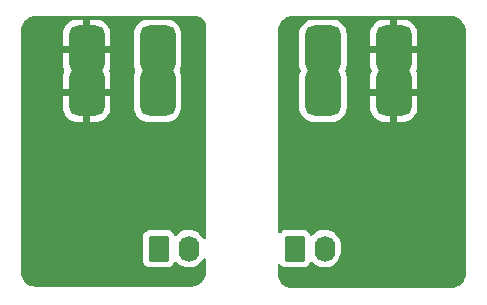
<source format=gbr>
G04 #@! TF.GenerationSoftware,KiCad,Pcbnew,7.0.8*
G04 #@! TF.CreationDate,2024-01-11T23:18:00-05:00*
G04 #@! TF.ProjectId,cm300-board,636d3330-302d-4626-9f61-72642e6b6963,rev?*
G04 #@! TF.SameCoordinates,Original*
G04 #@! TF.FileFunction,Copper,L2,Bot*
G04 #@! TF.FilePolarity,Positive*
%FSLAX46Y46*%
G04 Gerber Fmt 4.6, Leading zero omitted, Abs format (unit mm)*
G04 Created by KiCad (PCBNEW 7.0.8) date 2024-01-11 23:18:00*
%MOMM*%
%LPD*%
G01*
G04 APERTURE LIST*
G04 Aperture macros list*
%AMRoundRect*
0 Rectangle with rounded corners*
0 $1 Rounding radius*
0 $2 $3 $4 $5 $6 $7 $8 $9 X,Y pos of 4 corners*
0 Add a 4 corners polygon primitive as box body*
4,1,4,$2,$3,$4,$5,$6,$7,$8,$9,$2,$3,0*
0 Add four circle primitives for the rounded corners*
1,1,$1+$1,$2,$3*
1,1,$1+$1,$4,$5*
1,1,$1+$1,$6,$7*
1,1,$1+$1,$8,$9*
0 Add four rect primitives between the rounded corners*
20,1,$1+$1,$2,$3,$4,$5,0*
20,1,$1+$1,$4,$5,$6,$7,0*
20,1,$1+$1,$6,$7,$8,$9,0*
20,1,$1+$1,$8,$9,$2,$3,0*%
G04 Aperture macros list end*
G04 #@! TA.AperFunction,ComponentPad*
%ADD10RoundRect,0.250000X-0.620000X-0.845000X0.620000X-0.845000X0.620000X0.845000X-0.620000X0.845000X0*%
G04 #@! TD*
G04 #@! TA.AperFunction,ComponentPad*
%ADD11O,1.740000X2.190000*%
G04 #@! TD*
G04 #@! TA.AperFunction,ComponentPad*
%ADD12RoundRect,0.750000X0.750000X-1.250000X0.750000X1.250000X-0.750000X1.250000X-0.750000X-1.250000X0*%
G04 #@! TD*
G04 #@! TA.AperFunction,ViaPad*
%ADD13C,0.800000*%
G04 #@! TD*
G04 #@! TA.AperFunction,Conductor*
%ADD14C,0.250000*%
G04 #@! TD*
G04 #@! TA.AperFunction,Conductor*
%ADD15C,1.574800*%
G04 #@! TD*
G04 APERTURE END LIST*
D10*
X-993040000Y1038332000D03*
D11*
X-990500000Y1038332000D03*
D12*
X-999140000Y1055220000D03*
X-999140000Y1051560000D03*
X-993140000Y1055220000D03*
X-993140000Y1051560000D03*
X-979140000Y1055220000D03*
X-979140000Y1051560000D03*
X-973140000Y1055220000D03*
X-973140000Y1051560000D03*
D10*
X-981540000Y1038332000D03*
D11*
X-979000000Y1038332000D03*
D13*
X-1003050000Y1052000000D03*
X-1003300000Y1037550000D03*
X-996700000Y1045845000D03*
X-1003808000Y1046300000D03*
X-969050000Y1051950000D03*
X-975350000Y1045850000D03*
X-968800000Y1037600000D03*
X-967994000Y1046355000D03*
D14*
X-999490000Y1051560000D02*
X-999490000Y1051560000D01*
X-999490000Y1051560000D02*
X-999140000Y1051560000D01*
X-972820000Y1051560000D02*
X-973140000Y1051560000D01*
X-972820000Y1051560000D02*
X-972820000Y1051560000D01*
X-979170000Y1051560000D02*
X-979140000Y1051560000D01*
D15*
X-979140000Y1051060000D02*
X-979140000Y1051560000D01*
G04 #@! TA.AperFunction,Conductor*
G36*
X-998840000Y1052330220D02*
G01*
X-998875023Y1052346424D01*
X-999050276Y1052385000D01*
X-999184732Y1052385000D01*
X-999318396Y1052370463D01*
X-999440000Y1052329489D01*
X-999440000Y1054449779D01*
X-999404977Y1054433576D01*
X-999229724Y1054395000D01*
X-999095268Y1054395000D01*
X-998961604Y1054409537D01*
X-998840000Y1054450510D01*
X-998840000Y1052330220D01*
G37*
G04 #@! TD.AperFunction*
G04 #@! TA.AperFunction,Conductor*
G36*
X-989846543Y1057999610D02*
G01*
X-989771153Y1057991115D01*
X-989685869Y1057981506D01*
X-989658798Y1057975328D01*
X-989516078Y1057925388D01*
X-989491061Y1057913340D01*
X-989363036Y1057832897D01*
X-989341327Y1057815584D01*
X-989234415Y1057708672D01*
X-989217103Y1057686965D01*
X-989197079Y1057655096D01*
X-989136659Y1057558938D01*
X-989124611Y1057533921D01*
X-989089583Y1057433815D01*
X-989074671Y1057391201D01*
X-989068493Y1057364132D01*
X-989058376Y1057274335D01*
X-989050390Y1057203464D01*
X-989050000Y1057196517D01*
X-989050000Y1039251853D01*
X-989069685Y1039184814D01*
X-989122489Y1039139059D01*
X-989191647Y1039129115D01*
X-989255203Y1039158140D01*
X-989286991Y1039200776D01*
X-989294382Y1039217126D01*
X-989299209Y1039227805D01*
X-989429847Y1039421088D01*
X-989429849Y1039421090D01*
X-989435023Y1039426488D01*
X-989591272Y1039589516D01*
X-989667178Y1039645656D01*
X-989778834Y1039728237D01*
X-989778836Y1039728238D01*
X-989778839Y1039728240D01*
X-989987153Y1039833270D01*
X-990210220Y1039901583D01*
X-990441624Y1039931216D01*
X-990674707Y1039921314D01*
X-990902765Y1039872164D01*
X-991119235Y1039785179D01*
X-991317891Y1039662862D01*
X-991493018Y1039508731D01*
X-991525335Y1039468706D01*
X-991582763Y1039428915D01*
X-991652590Y1039426488D01*
X-991712645Y1039462198D01*
X-991734193Y1039494204D01*
X-991735185Y1039496332D01*
X-991735187Y1039496336D01*
X-991827288Y1039645656D01*
X-991951344Y1039769712D01*
X-992100666Y1039861814D01*
X-992267203Y1039916999D01*
X-992369991Y1039927500D01*
X-993710008Y1039927499D01*
X-993812797Y1039916999D01*
X-993979334Y1039861814D01*
X-994128656Y1039769712D01*
X-994252712Y1039645656D01*
X-994344814Y1039496334D01*
X-994399999Y1039329797D01*
X-994410500Y1039227009D01*
X-994410499Y1037436992D01*
X-994399999Y1037334203D01*
X-994344814Y1037167666D01*
X-994252712Y1037018344D01*
X-994128656Y1036894288D01*
X-994042975Y1036841440D01*
X-994025612Y1036830730D01*
X-993979334Y1036802186D01*
X-993812797Y1036747001D01*
X-993812795Y1036747000D01*
X-993710010Y1036736500D01*
X-993710009Y1036736500D01*
X-992369998Y1036736500D01*
X-992369981Y1036736501D01*
X-992267203Y1036747000D01*
X-992267200Y1036747001D01*
X-992100668Y1036802185D01*
X-992100663Y1036802187D01*
X-991951342Y1036894289D01*
X-991827289Y1037018342D01*
X-991735186Y1037167666D01*
X-991734126Y1037169940D01*
X-991732983Y1037171237D01*
X-991731395Y1037173813D01*
X-991730954Y1037173541D01*
X-991687953Y1037222379D01*
X-991620759Y1037241530D01*
X-991553878Y1037221314D01*
X-991532222Y1037203335D01*
X-991408727Y1037074483D01*
X-991408726Y1037074482D01*
X-991221165Y1036935762D01*
X-991221161Y1036935760D01*
X-991012847Y1036830730D01*
X-990789780Y1036762417D01*
X-990789778Y1036762416D01*
X-990789776Y1036762416D01*
X-990558370Y1036732783D01*
X-990325299Y1036742685D01*
X-990325290Y1036742686D01*
X-990097233Y1036791836D01*
X-990097230Y1036791837D01*
X-989880768Y1036878819D01*
X-989682110Y1037001137D01*
X-989506980Y1037155270D01*
X-989506977Y1037155273D01*
X-989360426Y1037336773D01*
X-989360421Y1037336779D01*
X-989282254Y1037476706D01*
X-989232374Y1037525633D01*
X-989163961Y1037539825D01*
X-989098735Y1037514777D01*
X-989057405Y1037458442D01*
X-989050000Y1037416232D01*
X-989050000Y1036352705D01*
X-989050236Y1036347299D01*
X-989068044Y1036143750D01*
X-989071796Y1036122464D01*
X-989122578Y1035932944D01*
X-989129964Y1035912651D01*
X-989212889Y1035734819D01*
X-989223683Y1035716123D01*
X-989336226Y1035555393D01*
X-989350109Y1035538849D01*
X-989488849Y1035400109D01*
X-989505393Y1035386226D01*
X-989666123Y1035273683D01*
X-989684819Y1035262889D01*
X-989862651Y1035179964D01*
X-989882944Y1035172578D01*
X-990072464Y1035121797D01*
X-990093747Y1035118044D01*
X-990297304Y1035100235D01*
X-990302706Y1035100000D01*
X-1003455294Y1035100000D01*
X-1003460695Y1035100235D01*
X-1003664250Y1035118044D01*
X-1003685535Y1035121797D01*
X-1003751840Y1035139563D01*
X-1003875051Y1035172577D01*
X-1003895352Y1035179966D01*
X-1004073175Y1035262886D01*
X-1004091881Y1035273686D01*
X-1004252600Y1035386222D01*
X-1004269156Y1035400115D01*
X-1004407884Y1035538843D01*
X-1004421778Y1035555401D01*
X-1004534309Y1035716112D01*
X-1004545116Y1035734830D01*
X-1004628030Y1035912640D01*
X-1004635423Y1035932952D01*
X-1004686202Y1036122464D01*
X-1004689955Y1036143749D01*
X-1004707764Y1036347299D01*
X-1004708000Y1036352705D01*
X-1004708000Y1051860000D01*
X-1001140000Y1051860000D01*
X-999908543Y1051860000D01*
X-999939616Y1051782012D01*
X-999968648Y1051604928D01*
X-999958933Y1051425743D01*
X-999912914Y1051260000D01*
X-1001139999Y1051260000D01*
X-1001139999Y1050245808D01*
X-1001129599Y1050113667D01*
X-1001074622Y1049895480D01*
X-1000981571Y1049690625D01*
X-1000981568Y1049690619D01*
X-1000853440Y1049505676D01*
X-1000853430Y1049505664D01*
X-1000694335Y1049346569D01*
X-1000694323Y1049346559D01*
X-1000509380Y1049218431D01*
X-1000509374Y1049218428D01*
X-1000304519Y1049125377D01*
X-1000086332Y1049070400D01*
X-999954194Y1049060000D01*
X-999440000Y1049060000D01*
X-999440000Y1050789779D01*
X-999404977Y1050773576D01*
X-999229724Y1050735000D01*
X-999095268Y1050735000D01*
X-998961604Y1050749537D01*
X-998840000Y1050790510D01*
X-998840000Y1049060000D01*
X-998839999Y1049060000D01*
X-998325808Y1049060001D01*
X-998193667Y1049070400D01*
X-997975480Y1049125377D01*
X-997770625Y1049218428D01*
X-997770619Y1049218431D01*
X-997585676Y1049346559D01*
X-997585664Y1049346569D01*
X-997426569Y1049505664D01*
X-997426559Y1049505676D01*
X-997298431Y1049690619D01*
X-997298428Y1049690625D01*
X-997205377Y1049895480D01*
X-997150400Y1050113667D01*
X-997140000Y1050245806D01*
X-997140000Y1051260000D01*
X-998371457Y1051260000D01*
X-998340384Y1051337988D01*
X-998311352Y1051515072D01*
X-998321067Y1051694257D01*
X-998367086Y1051860000D01*
X-997140001Y1051860000D01*
X-997140001Y1052874192D01*
X-997140003Y1052874217D01*
X-995140500Y1052874217D01*
X-995140499Y1050245784D01*
X-995130096Y1050113588D01*
X-995075096Y1049895317D01*
X-994982007Y1049690374D01*
X-994982002Y1049690367D01*
X-994854040Y1049505664D01*
X-994853819Y1049505346D01*
X-994694654Y1049346181D01*
X-994694650Y1049346178D01*
X-994694645Y1049346174D01*
X-994510258Y1049218431D01*
X-994509626Y1049217993D01*
X-994509623Y1049217991D01*
X-994509622Y1049217991D01*
X-994304681Y1049124903D01*
X-994304678Y1049124902D01*
X-994086420Y1049069905D01*
X-994086413Y1049069904D01*
X-993954219Y1049059500D01*
X-993954217Y1049059500D01*
X-993140000Y1049059500D01*
X-992325782Y1049059501D01*
X-992193586Y1049069904D01*
X-992193579Y1049069905D01*
X-991975321Y1049124902D01*
X-991975318Y1049124903D01*
X-991770377Y1049217991D01*
X-991770367Y1049217997D01*
X-991585354Y1049346174D01*
X-991585342Y1049346184D01*
X-991426184Y1049505342D01*
X-991426174Y1049505354D01*
X-991297997Y1049690367D01*
X-991297991Y1049690377D01*
X-991204903Y1049895318D01*
X-991204902Y1049895321D01*
X-991149905Y1050113579D01*
X-991149904Y1050113586D01*
X-991139500Y1050245781D01*
X-991139501Y1052874218D01*
X-991149904Y1053006413D01*
X-991149905Y1053006420D01*
X-991204902Y1053224678D01*
X-991204903Y1053224681D01*
X-991256701Y1053338719D01*
X-991266504Y1053407898D01*
X-991256701Y1053441281D01*
X-991204903Y1053555318D01*
X-991204902Y1053555321D01*
X-991149905Y1053773579D01*
X-991149904Y1053773586D01*
X-991139500Y1053905781D01*
X-991139501Y1056534218D01*
X-991149904Y1056666413D01*
X-991149905Y1056666420D01*
X-991204902Y1056884678D01*
X-991204903Y1056884681D01*
X-991297991Y1057089622D01*
X-991297997Y1057089632D01*
X-991426174Y1057274645D01*
X-991426178Y1057274650D01*
X-991426181Y1057274654D01*
X-991585346Y1057433819D01*
X-991585350Y1057433822D01*
X-991585354Y1057433825D01*
X-991769146Y1057561156D01*
X-991770374Y1057562007D01*
X-991975317Y1057655096D01*
X-992101791Y1057686965D01*
X-992193579Y1057710094D01*
X-992193581Y1057710094D01*
X-992193588Y1057710096D01*
X-992304973Y1057718862D01*
X-992325781Y1057720500D01*
X-992325782Y1057720499D01*
X-992325783Y1057720500D01*
X-993139999Y1057720499D01*
X-993954218Y1057720499D01*
X-993973505Y1057718980D01*
X-994086412Y1057710096D01*
X-994304683Y1057655096D01*
X-994509626Y1057562007D01*
X-994694654Y1057433819D01*
X-994853819Y1057274654D01*
X-994982007Y1057089626D01*
X-995075096Y1056884683D01*
X-995130096Y1056666412D01*
X-995140500Y1056534217D01*
X-995140499Y1053905784D01*
X-995130096Y1053773588D01*
X-995130095Y1053773586D01*
X-995130094Y1053773579D01*
X-995075138Y1053555480D01*
X-995075096Y1053555317D01*
X-995023298Y1053441281D01*
X-995013495Y1053372103D01*
X-995023297Y1053338721D01*
X-995075096Y1053224683D01*
X-995075097Y1053224678D01*
X-995075098Y1053224676D01*
X-995075138Y1053224516D01*
X-995130096Y1053006412D01*
X-995140500Y1052874217D01*
X-997140003Y1052874217D01*
X-997150400Y1053006332D01*
X-997205377Y1053224519D01*
X-997257250Y1053338719D01*
X-997267053Y1053407897D01*
X-997257250Y1053441281D01*
X-997205377Y1053555480D01*
X-997150400Y1053773667D01*
X-997140000Y1053905806D01*
X-997140000Y1054920000D01*
X-998371457Y1054920000D01*
X-998340384Y1054997988D01*
X-998311352Y1055175072D01*
X-998321067Y1055354257D01*
X-998367086Y1055520000D01*
X-997140001Y1055520000D01*
X-997140001Y1056534192D01*
X-997150400Y1056666332D01*
X-997205377Y1056884519D01*
X-997298428Y1057089374D01*
X-997298431Y1057089380D01*
X-997426559Y1057274323D01*
X-997426569Y1057274335D01*
X-997585664Y1057433430D01*
X-997585676Y1057433440D01*
X-997770619Y1057561568D01*
X-997770625Y1057561571D01*
X-997975480Y1057654622D01*
X-998193667Y1057709599D01*
X-998325807Y1057720000D01*
X-998839999Y1057719999D01*
X-998840000Y1057719999D01*
X-998840000Y1055990220D01*
X-998875023Y1056006424D01*
X-999050276Y1056045000D01*
X-999184732Y1056045000D01*
X-999318396Y1056030463D01*
X-999440000Y1055989489D01*
X-999440000Y1057719999D01*
X-999954192Y1057719999D01*
X-1000086332Y1057709599D01*
X-1000304519Y1057654622D01*
X-1000509374Y1057561571D01*
X-1000509380Y1057561568D01*
X-1000694323Y1057433440D01*
X-1000694335Y1057433430D01*
X-1000853430Y1057274335D01*
X-1000853440Y1057274323D01*
X-1000981568Y1057089380D01*
X-1000981571Y1057089374D01*
X-1001074622Y1056884519D01*
X-1001129599Y1056666332D01*
X-1001140000Y1056534194D01*
X-1001140000Y1055520000D01*
X-999908543Y1055520000D01*
X-999939616Y1055442012D01*
X-999968648Y1055264928D01*
X-999958933Y1055085743D01*
X-999912914Y1054920000D01*
X-1001139999Y1054920000D01*
X-1001139999Y1053905808D01*
X-1001129599Y1053773667D01*
X-1001074622Y1053555483D01*
X-1001022749Y1053441282D01*
X-1001012946Y1053372104D01*
X-1001022749Y1053338718D01*
X-1001074622Y1053224516D01*
X-1001129599Y1053006332D01*
X-1001140000Y1052874194D01*
X-1001140000Y1051860000D01*
X-1004708000Y1051860000D01*
X-1004708000Y1056747294D01*
X-1004707764Y1056752700D01*
X-1004689955Y1056956250D01*
X-1004686202Y1056977535D01*
X-1004635423Y1057167047D01*
X-1004628030Y1057187359D01*
X-1004545116Y1057365169D01*
X-1004534309Y1057383887D01*
X-1004421778Y1057544598D01*
X-1004407884Y1057561156D01*
X-1004269156Y1057699884D01*
X-1004252598Y1057713778D01*
X-1004091887Y1057826309D01*
X-1004073169Y1057837116D01*
X-1003895359Y1057920030D01*
X-1003875047Y1057927423D01*
X-1003685535Y1057978202D01*
X-1003664250Y1057981955D01*
X-1003506750Y1057995734D01*
X-1003460695Y1057999764D01*
X-1003455294Y1058000000D01*
X-989853482Y1058000000D01*
X-989846543Y1057999610D01*
G37*
G04 #@! TD.AperFunction*
G04 #@! TA.AperFunction,Conductor*
G36*
X-972840000Y1052330220D02*
G01*
X-972875023Y1052346424D01*
X-973050276Y1052385000D01*
X-973184732Y1052385000D01*
X-973318396Y1052370463D01*
X-973440000Y1052329489D01*
X-973440000Y1054449779D01*
X-973404977Y1054433576D01*
X-973229724Y1054395000D01*
X-973095268Y1054395000D01*
X-972961604Y1054409537D01*
X-972840000Y1054450510D01*
X-972840000Y1052330220D01*
G37*
G04 #@! TD.AperFunction*
G04 #@! TA.AperFunction,Conductor*
G36*
X-968285304Y1057999764D02*
G01*
X-968234598Y1057995328D01*
X-968081749Y1057981955D01*
X-968060464Y1057978202D01*
X-967870952Y1057927423D01*
X-967850640Y1057920030D01*
X-967672830Y1057837116D01*
X-967654115Y1057826310D01*
X-967503001Y1057720500D01*
X-967493401Y1057713778D01*
X-967476843Y1057699884D01*
X-967338115Y1057561156D01*
X-967324222Y1057544600D01*
X-967211686Y1057383881D01*
X-967200886Y1057365175D01*
X-967117966Y1057187352D01*
X-967110577Y1057167051D01*
X-967089764Y1057089374D01*
X-967059797Y1056977535D01*
X-967056044Y1056956250D01*
X-967049783Y1056884678D01*
X-967038236Y1056752700D01*
X-967038000Y1056747294D01*
X-967038000Y1036248781D01*
X-967038235Y1036243385D01*
X-967055973Y1036040236D01*
X-967059711Y1036018992D01*
X-967110289Y1035829832D01*
X-967117650Y1035809562D01*
X-967200252Y1035632017D01*
X-967211007Y1035613345D01*
X-967323128Y1035452801D01*
X-967336962Y1035436268D01*
X-967475207Y1035297588D01*
X-967491689Y1035283708D01*
X-967651888Y1035171076D01*
X-967670522Y1035160266D01*
X-967847814Y1035077103D01*
X-967868049Y1035069682D01*
X-968057056Y1035018508D01*
X-968078281Y1035014704D01*
X-968281383Y1034996326D01*
X-968286761Y1034996075D01*
X-981693362Y1034953948D01*
X-981698767Y1034954168D01*
X-981902793Y1034971408D01*
X-981924123Y1034975107D01*
X-982114156Y1035025494D01*
X-982134504Y1035032843D01*
X-982312875Y1035115526D01*
X-982331649Y1035126314D01*
X-982492894Y1035238758D01*
X-982509504Y1035252645D01*
X-982648732Y1035391436D01*
X-982662676Y1035408007D01*
X-982775631Y1035568903D01*
X-982786480Y1035587649D01*
X-982869715Y1035765743D01*
X-982877136Y1035786088D01*
X-982928115Y1035975945D01*
X-982931883Y1035997273D01*
X-982949763Y1036201227D01*
X-982950000Y1036206644D01*
X-982950000Y1036916270D01*
X-982930315Y1036983309D01*
X-982877511Y1037029064D01*
X-982808353Y1037039008D01*
X-982744797Y1037009983D01*
X-982738319Y1037003951D01*
X-982628656Y1036894288D01*
X-982542975Y1036841440D01*
X-982525612Y1036830730D01*
X-982479334Y1036802186D01*
X-982312797Y1036747001D01*
X-982312795Y1036747000D01*
X-982210010Y1036736500D01*
X-982210009Y1036736500D01*
X-980869998Y1036736500D01*
X-980869981Y1036736501D01*
X-980767203Y1036747000D01*
X-980767200Y1036747001D01*
X-980600668Y1036802185D01*
X-980600663Y1036802187D01*
X-980451342Y1036894289D01*
X-980327289Y1037018342D01*
X-980235186Y1037167666D01*
X-980234126Y1037169940D01*
X-980232983Y1037171237D01*
X-980231395Y1037173813D01*
X-980230954Y1037173541D01*
X-980187953Y1037222379D01*
X-980120759Y1037241530D01*
X-980053878Y1037221314D01*
X-980032222Y1037203335D01*
X-979908727Y1037074483D01*
X-979908726Y1037074482D01*
X-979721165Y1036935762D01*
X-979721161Y1036935760D01*
X-979512847Y1036830730D01*
X-979289780Y1036762417D01*
X-979289778Y1036762416D01*
X-979289776Y1036762416D01*
X-979058370Y1036732783D01*
X-978825299Y1036742685D01*
X-978825290Y1036742686D01*
X-978597233Y1036791836D01*
X-978597230Y1036791837D01*
X-978380768Y1036878819D01*
X-978182110Y1037001137D01*
X-978006980Y1037155270D01*
X-978006977Y1037155273D01*
X-977860426Y1037336773D01*
X-977860421Y1037336779D01*
X-977746646Y1037540445D01*
X-977668929Y1037760408D01*
X-977668926Y1037760420D01*
X-977629500Y1037990344D01*
X-977629500Y1038615221D01*
X-977644328Y1038789446D01*
X-977644329Y1038789448D01*
X-977703114Y1039015218D01*
X-977799208Y1039227802D01*
X-977929847Y1039421088D01*
X-977929849Y1039421090D01*
X-977935023Y1039426488D01*
X-978091272Y1039589516D01*
X-978141364Y1039626564D01*
X-978278834Y1039728237D01*
X-978278836Y1039728238D01*
X-978278839Y1039728240D01*
X-978487153Y1039833270D01*
X-978710220Y1039901583D01*
X-978941624Y1039931216D01*
X-979174707Y1039921314D01*
X-979402765Y1039872164D01*
X-979619235Y1039785179D01*
X-979817891Y1039662862D01*
X-979993018Y1039508731D01*
X-980025335Y1039468706D01*
X-980082763Y1039428915D01*
X-980152590Y1039426488D01*
X-980212645Y1039462198D01*
X-980234193Y1039494204D01*
X-980235185Y1039496332D01*
X-980235186Y1039496334D01*
X-980327288Y1039645656D01*
X-980451344Y1039769712D01*
X-980600666Y1039861814D01*
X-980767203Y1039916999D01*
X-980869991Y1039927500D01*
X-982210008Y1039927499D01*
X-982312797Y1039916999D01*
X-982479334Y1039861814D01*
X-982628656Y1039769712D01*
X-982724948Y1039673420D01*
X-982738319Y1039660049D01*
X-982799642Y1039626564D01*
X-982869334Y1039631548D01*
X-982925267Y1039673420D01*
X-982949684Y1039738884D01*
X-982950000Y1039747730D01*
X-982950000Y1052874217D01*
X-981140500Y1052874217D01*
X-981140499Y1050245784D01*
X-981130096Y1050113588D01*
X-981075096Y1049895317D01*
X-980982007Y1049690374D01*
X-980982002Y1049690367D01*
X-980854040Y1049505664D01*
X-980853819Y1049505346D01*
X-980694654Y1049346181D01*
X-980694650Y1049346178D01*
X-980694645Y1049346174D01*
X-980510258Y1049218431D01*
X-980509626Y1049217993D01*
X-980509623Y1049217991D01*
X-980509622Y1049217991D01*
X-980304681Y1049124903D01*
X-980304678Y1049124902D01*
X-980086420Y1049069905D01*
X-980086413Y1049069904D01*
X-979954219Y1049059500D01*
X-979954217Y1049059500D01*
X-979140000Y1049059500D01*
X-978325782Y1049059501D01*
X-978193586Y1049069904D01*
X-978193579Y1049069905D01*
X-977975321Y1049124902D01*
X-977975318Y1049124903D01*
X-977770377Y1049217991D01*
X-977770367Y1049217997D01*
X-977585354Y1049346174D01*
X-977585342Y1049346184D01*
X-977426184Y1049505342D01*
X-977426174Y1049505354D01*
X-977297997Y1049690367D01*
X-977297991Y1049690377D01*
X-977204903Y1049895318D01*
X-977204902Y1049895321D01*
X-977149905Y1050113579D01*
X-977149904Y1050113586D01*
X-977139500Y1050245781D01*
X-977139501Y1051860000D01*
X-975140000Y1051860000D01*
X-973908543Y1051860000D01*
X-973939616Y1051782012D01*
X-973968648Y1051604928D01*
X-973958933Y1051425743D01*
X-973912914Y1051260000D01*
X-975139999Y1051260000D01*
X-975139999Y1050245808D01*
X-975129599Y1050113667D01*
X-975074622Y1049895480D01*
X-974981571Y1049690625D01*
X-974981568Y1049690619D01*
X-974853440Y1049505676D01*
X-974853430Y1049505664D01*
X-974694335Y1049346569D01*
X-974694323Y1049346559D01*
X-974509380Y1049218431D01*
X-974509374Y1049218428D01*
X-974304519Y1049125377D01*
X-974086332Y1049070400D01*
X-973954194Y1049060000D01*
X-973440000Y1049060000D01*
X-973440000Y1050789779D01*
X-973404977Y1050773576D01*
X-973229724Y1050735000D01*
X-973095268Y1050735000D01*
X-972961604Y1050749537D01*
X-972840000Y1050790510D01*
X-972840000Y1049060000D01*
X-972839999Y1049060000D01*
X-972325808Y1049060001D01*
X-972193667Y1049070400D01*
X-971975480Y1049125377D01*
X-971770625Y1049218428D01*
X-971770619Y1049218431D01*
X-971585676Y1049346559D01*
X-971585664Y1049346569D01*
X-971426569Y1049505664D01*
X-971426559Y1049505676D01*
X-971298431Y1049690619D01*
X-971298428Y1049690625D01*
X-971205377Y1049895480D01*
X-971150400Y1050113667D01*
X-971140000Y1050245806D01*
X-971140000Y1051260000D01*
X-972371457Y1051260000D01*
X-972340384Y1051337988D01*
X-972311352Y1051515072D01*
X-972321067Y1051694257D01*
X-972367086Y1051860000D01*
X-971140001Y1051860000D01*
X-971140001Y1052874192D01*
X-971150400Y1053006332D01*
X-971205377Y1053224519D01*
X-971257250Y1053338719D01*
X-971267053Y1053407897D01*
X-971257250Y1053441281D01*
X-971205377Y1053555480D01*
X-971150400Y1053773667D01*
X-971140000Y1053905806D01*
X-971140000Y1054920000D01*
X-972371457Y1054920000D01*
X-972340384Y1054997988D01*
X-972311352Y1055175072D01*
X-972321067Y1055354257D01*
X-972367086Y1055520000D01*
X-971140001Y1055520000D01*
X-971140001Y1056534192D01*
X-971150400Y1056666332D01*
X-971205377Y1056884519D01*
X-971298428Y1057089374D01*
X-971298431Y1057089380D01*
X-971426559Y1057274323D01*
X-971426569Y1057274335D01*
X-971585664Y1057433430D01*
X-971585676Y1057433440D01*
X-971770619Y1057561568D01*
X-971770625Y1057561571D01*
X-971975480Y1057654622D01*
X-972193667Y1057709599D01*
X-972325807Y1057720000D01*
X-972839999Y1057719999D01*
X-972840000Y1057719999D01*
X-972840000Y1055990220D01*
X-972875023Y1056006424D01*
X-973050276Y1056045000D01*
X-973184732Y1056045000D01*
X-973318396Y1056030463D01*
X-973440000Y1055989489D01*
X-973440000Y1057719999D01*
X-973954192Y1057719999D01*
X-974086332Y1057709599D01*
X-974304519Y1057654622D01*
X-974509374Y1057561571D01*
X-974509380Y1057561568D01*
X-974694323Y1057433440D01*
X-974694335Y1057433430D01*
X-974853430Y1057274335D01*
X-974853440Y1057274323D01*
X-974981568Y1057089380D01*
X-974981571Y1057089374D01*
X-975074622Y1056884519D01*
X-975129599Y1056666332D01*
X-975140000Y1056534194D01*
X-975140000Y1055520000D01*
X-973908543Y1055520000D01*
X-973939616Y1055442012D01*
X-973968648Y1055264928D01*
X-973958933Y1055085743D01*
X-973912914Y1054920000D01*
X-975139999Y1054920000D01*
X-975139999Y1053905808D01*
X-975129599Y1053773667D01*
X-975074622Y1053555483D01*
X-975022749Y1053441282D01*
X-975012946Y1053372104D01*
X-975022749Y1053338718D01*
X-975074622Y1053224516D01*
X-975129599Y1053006332D01*
X-975140000Y1052874194D01*
X-975140000Y1051860000D01*
X-977139501Y1051860000D01*
X-977139501Y1052874218D01*
X-977149904Y1053006413D01*
X-977149905Y1053006420D01*
X-977204902Y1053224678D01*
X-977204903Y1053224681D01*
X-977256701Y1053338719D01*
X-977266504Y1053407898D01*
X-977256701Y1053441281D01*
X-977204903Y1053555318D01*
X-977204902Y1053555321D01*
X-977149905Y1053773579D01*
X-977149904Y1053773586D01*
X-977139500Y1053905781D01*
X-977139501Y1056534218D01*
X-977149904Y1056666413D01*
X-977149905Y1056666420D01*
X-977204902Y1056884678D01*
X-977204903Y1056884681D01*
X-977297991Y1057089622D01*
X-977297997Y1057089632D01*
X-977426174Y1057274645D01*
X-977426178Y1057274650D01*
X-977426181Y1057274654D01*
X-977585346Y1057433819D01*
X-977585350Y1057433822D01*
X-977585354Y1057433825D01*
X-977769146Y1057561156D01*
X-977770374Y1057562007D01*
X-977975317Y1057655096D01*
X-977981590Y1057656676D01*
X-978193579Y1057710094D01*
X-978193581Y1057710094D01*
X-978193588Y1057710096D01*
X-978304973Y1057718862D01*
X-978325781Y1057720500D01*
X-978325782Y1057720499D01*
X-978325783Y1057720500D01*
X-979139999Y1057720499D01*
X-979954218Y1057720499D01*
X-979973505Y1057718980D01*
X-980086412Y1057710096D01*
X-980304683Y1057655096D01*
X-980509626Y1057562007D01*
X-980694654Y1057433819D01*
X-980853819Y1057274654D01*
X-980982007Y1057089626D01*
X-981075096Y1056884683D01*
X-981130096Y1056666412D01*
X-981140500Y1056534217D01*
X-981140499Y1053905784D01*
X-981130096Y1053773588D01*
X-981130095Y1053773586D01*
X-981130094Y1053773579D01*
X-981075138Y1053555480D01*
X-981075096Y1053555317D01*
X-981023298Y1053441281D01*
X-981013495Y1053372103D01*
X-981023297Y1053338721D01*
X-981075096Y1053224683D01*
X-981075097Y1053224678D01*
X-981075098Y1053224676D01*
X-981075138Y1053224516D01*
X-981130096Y1053006412D01*
X-981140500Y1052874217D01*
X-982950000Y1052874217D01*
X-982950000Y1056747294D01*
X-982949764Y1056752700D01*
X-982931955Y1056956250D01*
X-982928202Y1056977535D01*
X-982877423Y1057167047D01*
X-982870030Y1057187359D01*
X-982787116Y1057365169D01*
X-982776309Y1057383887D01*
X-982663778Y1057544598D01*
X-982649884Y1057561156D01*
X-982511156Y1057699884D01*
X-982494598Y1057713778D01*
X-982333887Y1057826309D01*
X-982315169Y1057837116D01*
X-982137359Y1057920030D01*
X-982117047Y1057927423D01*
X-981927535Y1057978202D01*
X-981906250Y1057981955D01*
X-981748750Y1057995734D01*
X-981702695Y1057999764D01*
X-981697294Y1058000000D01*
X-968290706Y1058000000D01*
X-968285304Y1057999764D01*
G37*
G04 #@! TD.AperFunction*
M02*

</source>
